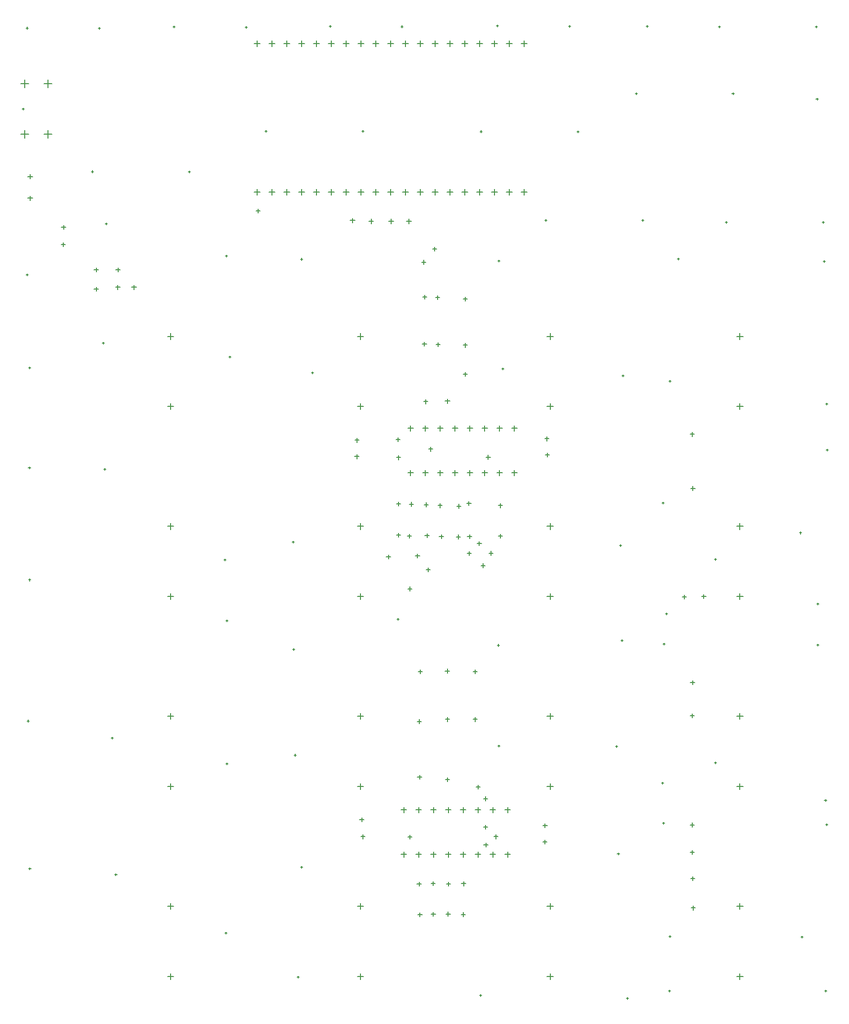
<source format=gbr>
%TF.GenerationSoftware,Altium Limited,Altium Designer,24.7.2 (38)*%
G04 Layer_Color=128*
%FSLAX45Y45*%
%MOMM*%
%TF.SameCoordinates,74662405-AD21-4814-813C-A76D1C426129*%
%TF.FilePolarity,Positive*%
%TF.FileFunction,Drillmap*%
%TF.Part,Single*%
G01*
G75*
%TA.AperFunction,NonConductor*%
%ADD39C,0.12700*%
D39*
X11867600Y10477500D02*
X11957600D01*
X11912600Y10432500D02*
Y10522500D01*
X11613600Y10477500D02*
X11703600D01*
X11658600Y10432500D02*
Y10522500D01*
X11359600Y10477500D02*
X11449600D01*
X11404600Y10432500D02*
Y10522500D01*
X11105600Y10477500D02*
X11195600D01*
X11150600Y10432500D02*
Y10522500D01*
X10851600Y10477500D02*
X10941600D01*
X10896600Y10432500D02*
Y10522500D01*
X10597600Y10477500D02*
X10687600D01*
X10642600Y10432500D02*
Y10522500D01*
X10343600Y10477500D02*
X10433600D01*
X10388600Y10432500D02*
Y10522500D01*
X10089600Y10477500D02*
X10179600D01*
X10134600Y10432500D02*
Y10522500D01*
X11867600Y9715500D02*
X11957600D01*
X11912600Y9670500D02*
Y9760500D01*
X11613600Y9715500D02*
X11703600D01*
X11658600Y9670500D02*
Y9760500D01*
X11359600Y9715500D02*
X11449600D01*
X11404600Y9670500D02*
Y9760500D01*
X11105600Y9715500D02*
X11195600D01*
X11150600Y9670500D02*
Y9760500D01*
X10851600Y9715500D02*
X10941600D01*
X10896600Y9670500D02*
Y9760500D01*
X10597600Y9715500D02*
X10687600D01*
X10642600Y9670500D02*
Y9760500D01*
X10343600Y9715500D02*
X10433600D01*
X10388600Y9670500D02*
Y9760500D01*
X10089600Y9715500D02*
X10179600D01*
X10134600Y9670500D02*
Y9760500D01*
X3458000Y16375580D02*
X3592600D01*
X3525300Y16308279D02*
Y16442880D01*
X3458000Y15511580D02*
X3592600D01*
X3525300Y15444279D02*
Y15578880D01*
X3857000Y16375380D02*
X3991600D01*
X3924300Y16308080D02*
Y16442680D01*
X3857000Y15511780D02*
X3991600D01*
X3924300Y15444479D02*
Y15579080D01*
X7453700Y14516100D02*
X7557700D01*
X7505700Y14464101D02*
Y14568100D01*
X7707700Y14516100D02*
X7811700D01*
X7759700Y14464101D02*
Y14568100D01*
X7961700Y14516100D02*
X8065700D01*
X8013700Y14464101D02*
Y14568100D01*
X8215700Y14516100D02*
X8319700D01*
X8267700Y14464101D02*
Y14568100D01*
X8469700Y14516100D02*
X8573700D01*
X8521700Y14464101D02*
Y14568100D01*
X8723700Y14516100D02*
X8827700D01*
X8775700Y14464101D02*
Y14568100D01*
X8977700Y14516100D02*
X9081700D01*
X9029700Y14464101D02*
Y14568100D01*
X9231700Y14516100D02*
X9335700D01*
X9283700Y14464101D02*
Y14568100D01*
X9485700Y14516100D02*
X9589700D01*
X9537700Y14464101D02*
Y14568100D01*
X9739700Y14516100D02*
X9843700D01*
X9791700Y14464101D02*
Y14568100D01*
X9993700Y14516100D02*
X10097700D01*
X10045700Y14464101D02*
Y14568100D01*
X10247700Y14516100D02*
X10351700D01*
X10299700Y14464101D02*
Y14568100D01*
X10501700Y14516100D02*
X10605700D01*
X10553700Y14464101D02*
Y14568100D01*
X10755700Y14516100D02*
X10859700D01*
X10807700Y14464101D02*
Y14568100D01*
X11009700Y14516100D02*
X11113700D01*
X11061700Y14464101D02*
Y14568100D01*
X11263700Y14516100D02*
X11367700D01*
X11315700Y14464101D02*
Y14568100D01*
X11517700Y14516100D02*
X11621700D01*
X11569700Y14464101D02*
Y14568100D01*
X11771700Y14516100D02*
X11875700D01*
X11823700Y14464101D02*
Y14568100D01*
X12025700Y14516100D02*
X12129700D01*
X12077700Y14464101D02*
Y14568100D01*
X7453700Y17056100D02*
X7557700D01*
X7505700Y17004100D02*
Y17108099D01*
X7707700Y17056100D02*
X7811700D01*
X7759700Y17004100D02*
Y17108099D01*
X7961700Y17056100D02*
X8065700D01*
X8013700Y17004100D02*
Y17108099D01*
X8215700Y17056100D02*
X8319700D01*
X8267700Y17004100D02*
Y17108099D01*
X8469700Y17056100D02*
X8573700D01*
X8521700Y17004100D02*
Y17108099D01*
X8723700Y17056100D02*
X8827700D01*
X8775700Y17004100D02*
Y17108099D01*
X8977700Y17056100D02*
X9081700D01*
X9029700Y17004100D02*
Y17108099D01*
X9231700Y17056100D02*
X9335700D01*
X9283700Y17004100D02*
Y17108099D01*
X9485700Y17056100D02*
X9589700D01*
X9537700Y17004100D02*
Y17108099D01*
X9739700Y17056100D02*
X9843700D01*
X9791700Y17004100D02*
Y17108099D01*
X9993700Y17056100D02*
X10097700D01*
X10045700Y17004100D02*
Y17108099D01*
X10247700Y17056100D02*
X10351700D01*
X10299700Y17004100D02*
Y17108099D01*
X10501700Y17056100D02*
X10605700D01*
X10553700Y17004100D02*
Y17108099D01*
X10755700Y17056100D02*
X10859700D01*
X10807700Y17004100D02*
Y17108099D01*
X11009700Y17056100D02*
X11113700D01*
X11061700Y17004100D02*
Y17108099D01*
X11263700Y17056100D02*
X11367700D01*
X11315700Y17004100D02*
Y17108099D01*
X11517700Y17056100D02*
X11621700D01*
X11569700Y17004100D02*
Y17108099D01*
X11771700Y17056100D02*
X11875700D01*
X11823700Y17004100D02*
Y17108099D01*
X12025700Y17056100D02*
X12129700D01*
X12077700Y17004100D02*
Y17108099D01*
X10727060Y10942320D02*
X10807060D01*
X10767060Y10902320D02*
Y10982320D01*
X9975300Y3187700D02*
X10065300D01*
X10020300Y3142700D02*
Y3232700D01*
X10229300Y3187700D02*
X10319300D01*
X10274300Y3142700D02*
Y3232700D01*
X10483300Y3187700D02*
X10573300D01*
X10528300Y3142700D02*
Y3232700D01*
X10737300Y3187700D02*
X10827300D01*
X10782300Y3142700D02*
Y3232700D01*
X10991300Y3187700D02*
X11081300D01*
X11036300Y3142700D02*
Y3232700D01*
X11245300Y3187700D02*
X11335300D01*
X11290300Y3142700D02*
Y3232700D01*
X11499300Y3187700D02*
X11589300D01*
X11544300Y3142700D02*
Y3232700D01*
X11753300Y3187700D02*
X11843300D01*
X11798300Y3142700D02*
Y3232700D01*
X9975300Y3949700D02*
X10065300D01*
X10020300Y3904700D02*
Y3994700D01*
X10229300Y3949700D02*
X10319300D01*
X10274300Y3904700D02*
Y3994700D01*
X10483300Y3949700D02*
X10573300D01*
X10528300Y3904700D02*
Y3994700D01*
X10737300Y3949700D02*
X10827300D01*
X10782300Y3904700D02*
Y3994700D01*
X10991300Y3949700D02*
X11081300D01*
X11036300Y3904700D02*
Y3994700D01*
X11245300Y3949700D02*
X11335300D01*
X11290300Y3904700D02*
Y3994700D01*
X11499300Y3949700D02*
X11589300D01*
X11544300Y3904700D02*
Y3994700D01*
X11753300Y3949700D02*
X11843300D01*
X11798300Y3904700D02*
Y3994700D01*
X5360730Y12889230D02*
X5440730D01*
X5400730Y12849229D02*
Y12929230D01*
X12473000Y12050000D02*
X12577000D01*
X12525000Y11998000D02*
Y12102000D01*
X12473000Y10850000D02*
X12577000D01*
X12525000Y10798000D02*
Y10902000D01*
X9223000Y4350000D02*
X9327000D01*
X9275000Y4298000D02*
Y4402000D01*
X9223000Y5550000D02*
X9327000D01*
X9275000Y5498000D02*
Y5602000D01*
X12473000Y1100000D02*
X12577000D01*
X12525000Y1048000D02*
Y1152000D01*
X12473000Y2300000D02*
X12577000D01*
X12525000Y2248000D02*
Y2352000D01*
X9223000Y1100000D02*
X9327000D01*
X9275000Y1048000D02*
Y1152000D01*
X9223000Y2300000D02*
X9327000D01*
X9275000Y2248000D02*
Y2352000D01*
X5973000Y1100000D02*
X6077000D01*
X6025000Y1048000D02*
Y1152000D01*
X5973000Y2300000D02*
X6077000D01*
X6025000Y2248000D02*
Y2352000D01*
X15723000Y1100000D02*
X15827000D01*
X15775000Y1048000D02*
Y1152000D01*
X15723000Y2300000D02*
X15827000D01*
X15775000Y2248000D02*
Y2352000D01*
X15723000Y4350000D02*
X15827000D01*
X15775000Y4298000D02*
Y4402000D01*
X15723000Y5550000D02*
X15827000D01*
X15775000Y5498000D02*
Y5602000D01*
X12473000Y4350000D02*
X12577000D01*
X12525000Y4298000D02*
Y4402000D01*
X12473000Y5550000D02*
X12577000D01*
X12525000Y5498000D02*
Y5602000D01*
X5973000Y4350000D02*
X6077000D01*
X6025000Y4298000D02*
Y4402000D01*
X5973000Y5550000D02*
X6077000D01*
X6025000Y5498000D02*
Y5602000D01*
X5973000Y7600000D02*
X6077000D01*
X6025000Y7548000D02*
Y7652000D01*
X5973000Y8800000D02*
X6077000D01*
X6025000Y8748000D02*
Y8852000D01*
X9223000Y7600000D02*
X9327000D01*
X9275000Y7548000D02*
Y7652000D01*
X9223000Y8800000D02*
X9327000D01*
X9275000Y8748000D02*
Y8852000D01*
X12473000Y7600000D02*
X12577000D01*
X12525000Y7548000D02*
Y7652000D01*
X12473000Y8800000D02*
X12577000D01*
X12525000Y8748000D02*
Y8852000D01*
X15723000Y7600000D02*
X15827000D01*
X15775000Y7548000D02*
Y7652000D01*
X15723000Y8800000D02*
X15827000D01*
X15775000Y8748000D02*
Y8852000D01*
X15723000Y10850000D02*
X15827000D01*
X15775000Y10798000D02*
Y10902000D01*
X15723000Y12050000D02*
X15827000D01*
X15775000Y11998000D02*
Y12102000D01*
X9223000Y10850000D02*
X9327000D01*
X9275000Y10798000D02*
Y10902000D01*
X9223000Y12050000D02*
X9327000D01*
X9275000Y11998000D02*
Y12102000D01*
X5973000Y10850000D02*
X6077000D01*
X6025000Y10798000D02*
Y10902000D01*
X5973000Y12050000D02*
X6077000D01*
X6025000Y11998000D02*
Y12102000D01*
X3582200Y14414500D02*
X3662200D01*
X3622200Y14374500D02*
Y14454500D01*
X9104000Y14033501D02*
X9184000D01*
X9144000Y13993500D02*
Y14073500D01*
X9421500Y14020799D02*
X9501500D01*
X9461500Y13980800D02*
Y14060800D01*
X3582200Y14784100D02*
X3662200D01*
X3622200Y14744099D02*
Y14824100D01*
X9764400Y14020799D02*
X9844400D01*
X9804400Y13980800D02*
Y14060800D01*
X10069200Y14020799D02*
X10149200D01*
X10109200Y13980800D02*
Y14060800D01*
X16794327Y8689549D02*
X16829327D01*
X16811827Y8672049D02*
Y8707049D01*
X15338907Y8234889D02*
X15373907D01*
X15356407Y8217389D02*
Y8252389D01*
X15338907Y4760169D02*
X15373907D01*
X15356407Y4742669D02*
Y4777669D01*
X16819727Y1773129D02*
X16854727D01*
X16837227Y1755629D02*
Y1790629D01*
X14561667Y1785829D02*
X14596667D01*
X14579167Y1768329D02*
Y1803329D01*
X6937357Y8227847D02*
X6972357D01*
X6954857Y8210348D02*
Y8245347D01*
X6975954Y7186079D02*
X7010954D01*
X6993454Y7168579D02*
Y7203578D01*
X6975457Y4740427D02*
X7010457D01*
X6992957Y4722928D02*
Y4757927D01*
X6957677Y1847367D02*
X6992677D01*
X6975177Y1829868D02*
Y1864867D01*
X8193479Y1088717D02*
X8228479D01*
X8210979Y1071217D02*
Y1106217D01*
X8251920Y2968574D02*
X8286920D01*
X8269420Y2951074D02*
Y2986074D01*
X8143857Y4887747D02*
X8178857D01*
X8161357Y4870248D02*
Y4905247D01*
X8115917Y6698767D02*
X8150917D01*
X8133417Y6681268D02*
Y6716267D01*
X8105757Y8530107D02*
X8140757D01*
X8123257Y8512608D02*
Y8547607D01*
X9906617Y7214387D02*
X9941617D01*
X9924117Y7196888D02*
Y7231887D01*
X13754716Y11374907D02*
X13789717D01*
X13772217Y11357408D02*
Y11392407D01*
X13716170Y8471782D02*
X13751170D01*
X13733670Y8454282D02*
Y8489282D01*
X13735652Y6845169D02*
X13770651D01*
X13753152Y6827669D02*
Y6862669D01*
X11621117Y6767347D02*
X11656117D01*
X11638617Y6749848D02*
Y6784847D01*
X11631277Y5042687D02*
X11666277D01*
X11648777Y5025188D02*
Y5060187D01*
X13648038Y5032527D02*
X13683037D01*
X13665536Y5015028D02*
Y5050027D01*
X13675977Y3201187D02*
X13710977D01*
X13693477Y3183688D02*
Y3218687D01*
X11318857Y778027D02*
X11353857D01*
X11336357Y760528D02*
Y795527D01*
X13833456Y727227D02*
X13868457D01*
X13850957Y709728D02*
Y744727D01*
X14450677Y3724427D02*
X14485677D01*
X14468176Y3706928D02*
Y3741927D01*
X14549738Y854227D02*
X14584737D01*
X14567236Y836728D02*
Y871727D01*
X17224358Y854227D02*
X17259357D01*
X17241856Y836728D02*
Y871727D01*
X17247809Y3699488D02*
X17282808D01*
X17265309Y3681988D02*
Y3716987D01*
X17223427Y4114019D02*
X17258426D01*
X17240927Y4096519D02*
Y4131519D01*
X14435503Y4406629D02*
X14470502D01*
X14453001Y4389129D02*
Y4424129D01*
X14459886Y6788150D02*
X14494885D01*
X14477386Y6770650D02*
Y6805650D01*
X17092278Y6772427D02*
X17127277D01*
X17109776Y6754928D02*
Y6789927D01*
X14443629Y9202183D02*
X14478629D01*
X14461130Y9184683D02*
Y9219683D01*
X14500526Y7308345D02*
X14535526D01*
X14518027Y7290845D02*
Y7325845D01*
X17092278Y7470927D02*
X17127277D01*
X17109776Y7453428D02*
Y7488427D01*
X17254837Y10104907D02*
X17289838D01*
X17272337Y10087408D02*
Y10122407D01*
X17247217Y10892307D02*
X17282217D01*
X17264717Y10874808D02*
Y10909807D01*
X17198956Y13330707D02*
X17233957D01*
X17216457Y13313208D02*
Y13348207D01*
X14704677Y13378967D02*
X14739677D01*
X14722177Y13361469D02*
Y13396468D01*
X14557356Y11283467D02*
X14592357D01*
X14574857Y11265968D02*
Y11300967D01*
X11631277Y13338327D02*
X11666277D01*
X11648777Y13320828D02*
Y13355827D01*
X11697317Y11494287D02*
X11732317D01*
X11714817Y11476788D02*
Y11511787D01*
X8435957Y11428247D02*
X8470957D01*
X8453457Y11410748D02*
Y11445747D01*
X8250537Y13371347D02*
X8285537D01*
X8268037Y13353848D02*
Y13388847D01*
X6965297Y13429767D02*
X7000297D01*
X6982797Y13412268D02*
Y13447267D01*
X7023717Y11697487D02*
X7058717D01*
X7041217Y11679988D02*
Y11714987D01*
X4860658Y11933209D02*
X4895657D01*
X4878157Y11915709D02*
Y11950708D01*
X4885037Y9779787D02*
X4920037D01*
X4902537Y9762288D02*
Y9797287D01*
X5006969Y5178786D02*
X5041968D01*
X5024468Y5161286D02*
Y5196286D01*
X5072997Y2845587D02*
X5107997D01*
X5090497Y2828088D02*
Y2863087D01*
X3599797Y2944647D02*
X3634797D01*
X3617297Y2927148D02*
Y2962147D01*
X3569317Y5471947D02*
X3604317D01*
X3586817Y5454448D02*
Y5489447D01*
X3592689Y7885430D02*
X3627689D01*
X3610189Y7867930D02*
Y7902930D01*
X3592177Y9802647D02*
X3627177D01*
X3609677Y9785148D02*
Y9820147D01*
X3592688Y11510547D02*
X3627688D01*
X3610188Y11493048D02*
Y11528047D01*
X4669717Y14870033D02*
X4704716D01*
X4687216Y14852534D02*
Y14887534D01*
X6328337Y14867494D02*
X6363336D01*
X6345836Y14849994D02*
Y14884995D01*
X7646597Y15563454D02*
X7681596D01*
X7664096Y15545953D02*
Y15580954D01*
X9305217Y15560915D02*
X9340216D01*
X9322716Y15543414D02*
Y15578413D01*
X11329597Y15555833D02*
X11364596D01*
X11347096Y15538335D02*
Y15573334D01*
X12988217Y15553294D02*
X13023216D01*
X13005716Y15535794D02*
Y15570795D01*
X12437037Y14036914D02*
X12472036D01*
X12454536Y14019414D02*
Y14054414D01*
X14095657Y14034373D02*
X14130656D01*
X14113156Y14016875D02*
Y14051874D01*
X3553740Y13106400D02*
X3588740D01*
X3571240Y13088901D02*
Y13123900D01*
X4911017Y13973415D02*
X4946016D01*
X4928516Y13955914D02*
Y13990913D01*
X15528217Y14001353D02*
X15563216D01*
X15545715Y13983855D02*
Y14018854D01*
X17186836Y13998814D02*
X17221835D01*
X17204337Y13981314D02*
Y14016315D01*
X3482620Y15943581D02*
X3517620D01*
X3500120Y15926080D02*
Y15961079D01*
X13981357Y16206075D02*
X14016356D01*
X13998856Y16188574D02*
Y16223573D01*
X15639977Y16203534D02*
X15674976D01*
X15657475Y16186034D02*
Y16221034D01*
X17064000Y17345660D02*
X17099001D01*
X17081500Y17328160D02*
Y17363161D01*
X17079240Y16113760D02*
X17114240D01*
X17096741Y16096260D02*
Y16131261D01*
X14173480Y17353281D02*
X14208479D01*
X14190981Y17335780D02*
Y17370779D01*
X15405380Y17348199D02*
X15440379D01*
X15422881Y17330701D02*
Y17365700D01*
X11608080Y17363440D02*
X11643080D01*
X11625580Y17345940D02*
Y17380940D01*
X12839980Y17358360D02*
X12874980D01*
X12857480Y17340860D02*
Y17375861D01*
X8742960Y17355820D02*
X8777960D01*
X8760460Y17338319D02*
Y17373320D01*
X9974860Y17350740D02*
X10009860D01*
X9992360Y17333240D02*
Y17368240D01*
X6070880Y17343120D02*
X6105880D01*
X6088380Y17325620D02*
Y17360620D01*
X7302780Y17338040D02*
X7337780D01*
X7320280Y17320540D02*
Y17355540D01*
X4788180Y17320261D02*
X4823180D01*
X4805680Y17302760D02*
Y17337759D01*
X3556280Y17325340D02*
X3591280D01*
X3573780Y17307840D02*
Y17342841D01*
X10924540Y9146540D02*
X10995660D01*
X10960100Y9110980D02*
Y9182100D01*
X10365740Y9171940D02*
X10436860D01*
X10401300Y9136380D02*
Y9207500D01*
X14930119Y2776220D02*
X15001241D01*
X14965680Y2740660D02*
Y2811780D01*
X14922501Y3223260D02*
X14993620D01*
X14958060Y3187700D02*
Y3258820D01*
X10563860Y12717780D02*
X10634980D01*
X10599420Y12682220D02*
Y12753340D01*
X10327640Y13319760D02*
X10398760D01*
X10363200Y13284200D02*
Y13355321D01*
X10342880Y12725400D02*
X10414000D01*
X10378440Y12689840D02*
Y12760960D01*
X10337800Y11917680D02*
X10408920D01*
X10373360Y11882120D02*
Y11953240D01*
X4716780Y12857480D02*
X4787900D01*
X4752340Y12821919D02*
Y12893040D01*
X5087620Y12890500D02*
X5158740D01*
X5123180Y12854939D02*
Y12926060D01*
X12402820Y3680460D02*
X12473940D01*
X12438380Y3644900D02*
Y3716020D01*
X11478260Y8341360D02*
X11549380D01*
X11513820Y8305800D02*
Y8376920D01*
X10627360Y8625840D02*
X10698480D01*
X10662920Y8590280D02*
Y8661400D01*
X10380980Y8643620D02*
X10452100D01*
X10416540Y8608060D02*
Y8679180D01*
X10078720Y8633460D02*
X10149840D01*
X10114280Y8597900D02*
Y8669020D01*
X9895840Y8651240D02*
X9966960D01*
X9931400Y8615680D02*
Y8686800D01*
X11389360Y3350260D02*
X11460480D01*
X11424920Y3314700D02*
Y3385820D01*
X9178740Y9993781D02*
X9249860D01*
X9214300Y9958221D02*
Y10029341D01*
X9893300Y9977120D02*
X9964420D01*
X9928860Y9941560D02*
Y10012680D01*
X9895840Y9184640D02*
X9966960D01*
X9931400Y9149080D02*
Y9220200D01*
X10114280Y9179560D02*
X10185400D01*
X10149840Y9144000D02*
Y9215120D01*
X10218420Y8298180D02*
X10289540D01*
X10253980Y8262620D02*
Y8333740D01*
X9720580Y8277860D02*
X9791700D01*
X9756140Y8242300D02*
Y8313420D01*
X10086340Y7731760D02*
X10157460D01*
X10121900Y7696200D02*
Y7767320D01*
X10728960Y6327140D02*
X10800080D01*
X10764520Y6291580D02*
Y6362700D01*
X10264140Y6316980D02*
X10335260D01*
X10299700Y6281420D02*
Y6352540D01*
X10251440Y5463540D02*
X10322560D01*
X10287000Y5427980D02*
Y5499100D01*
X10253980Y4511040D02*
X10325100D01*
X10289540Y4475480D02*
Y4546600D01*
X10086340Y3487420D02*
X10157460D01*
X10121900Y3451860D02*
Y3522980D01*
X9263380Y3782060D02*
X9334500D01*
X9298940Y3746500D02*
Y3817620D01*
X10261600Y2159000D02*
X10332720D01*
X10297160Y2123440D02*
Y2194560D01*
X11381740Y3655060D02*
X11452860D01*
X11417300Y3619500D02*
Y3690620D01*
X11638280Y8633460D02*
X11709400D01*
X11673840Y8597900D02*
Y8669020D01*
X11104880Y8338820D02*
X11176000D01*
X11140440Y8303260D02*
Y8374380D01*
X11343640Y8130540D02*
X11414760D01*
X11379200Y8094980D02*
Y8166100D01*
X11277600Y8509000D02*
X11348720D01*
X11313160Y8473440D02*
Y8544560D01*
X10919460Y8620760D02*
X10990580D01*
X10955020Y8585200D02*
Y8656320D01*
X11109960Y8625840D02*
X11181080D01*
X11145520Y8590280D02*
Y8661400D01*
X11099800Y9192260D02*
X11170920D01*
X11135360Y9156700D02*
Y9227820D01*
X11430000Y9984740D02*
X11501120D01*
X11465560Y9949180D02*
Y10020300D01*
X12440920Y10022840D02*
X12512040D01*
X12476480Y9987280D02*
Y10058400D01*
X14935201Y9451340D02*
X15006320D01*
X14970760Y9415780D02*
Y9486900D01*
X14927580Y6126480D02*
X14998700D01*
X14963139Y6090920D02*
Y6162040D01*
X14922501Y3693160D02*
X14993620D01*
X14958060Y3657600D02*
Y3728720D01*
X10360660Y10934700D02*
X10431780D01*
X10396220Y10899140D02*
Y10970260D01*
X11038840Y12692380D02*
X11109960D01*
X11074400Y12656820D02*
Y12727940D01*
X10513060Y13543280D02*
X10584180D01*
X10548620Y13507719D02*
Y13578841D01*
X5090160Y13187680D02*
X5161280D01*
X5125720Y13152119D02*
Y13223241D01*
X4716780Y13190221D02*
X4787900D01*
X4752340Y13154660D02*
Y13225780D01*
X7490460Y14198599D02*
X7561580D01*
X7526020Y14163040D02*
Y14234160D01*
X4155440Y13622020D02*
X4226560D01*
X4191000Y13586459D02*
Y13657581D01*
X4157980Y13916660D02*
X4229100D01*
X4193540Y13881100D02*
Y13952220D01*
X11203940Y6314440D02*
X11275060D01*
X11239500Y6278880D02*
Y6350000D01*
X10403840Y8056880D02*
X10474960D01*
X10439400Y8021320D02*
Y8092440D01*
X11003280Y2161540D02*
X11074400D01*
X11038840Y2125980D02*
Y2197100D01*
X10744200Y2169160D02*
X10815320D01*
X10779760Y2133600D02*
Y2204720D01*
X10490200Y2166620D02*
X10561320D01*
X10525760Y2131060D02*
Y2202180D01*
X10246360Y2682240D02*
X10317480D01*
X10281920Y2646680D02*
Y2717800D01*
X10485120Y2692400D02*
X10556240D01*
X10520680Y2656840D02*
Y2727960D01*
X10746740Y2684780D02*
X10817860D01*
X10782300Y2649220D02*
Y2720340D01*
X11008360Y2687320D02*
X11079480D01*
X11043920Y2651760D02*
Y2722880D01*
X11384280Y4142740D02*
X11455400D01*
X11419840Y4107180D02*
Y4178300D01*
X10734040Y4470400D02*
X10805160D01*
X10769600Y4434840D02*
Y4505960D01*
X11203940Y5499100D02*
X11275060D01*
X11239500Y5463540D02*
Y5534660D01*
X14925040Y5562600D02*
X14996159D01*
X14960600Y5527040D02*
Y5598160D01*
X9286240Y3492500D02*
X9357360D01*
X9321800Y3456940D02*
Y3528060D01*
X11635740Y9156700D02*
X11706860D01*
X11671300Y9121140D02*
Y9192260D01*
X10607040Y9156700D02*
X10678160D01*
X10642600Y9121140D02*
Y9192260D01*
X9184640Y10274300D02*
X9255760D01*
X9220200Y10238740D02*
Y10309860D01*
X12435840Y10299700D02*
X12506960D01*
X12471400Y10264140D02*
Y10335260D01*
X10568940Y11912600D02*
X10640060D01*
X10604500Y11877040D02*
Y11948160D01*
X11038840Y11404600D02*
X11109960D01*
X11074400Y11369040D02*
Y11440160D01*
X11038840Y11899900D02*
X11109960D01*
X11074400Y11864340D02*
Y11935460D01*
X10734040Y5499100D02*
X10805160D01*
X10769600Y5463540D02*
Y5534660D01*
X14785339Y7594600D02*
X14856461D01*
X14820900Y7559040D02*
Y7630160D01*
X15120940Y7600000D02*
X15192059D01*
X15156500Y7564440D02*
Y7635560D01*
X9883140Y10287000D02*
X9954260D01*
X9918700Y10251440D02*
Y10322560D01*
X10441940Y10121900D02*
X10513060D01*
X10477500Y10086340D02*
Y10157460D01*
X14937740Y2273300D02*
X15008859D01*
X14973300Y2237740D02*
Y2308860D01*
X14925040Y10375900D02*
X14996159D01*
X14960600Y10340340D02*
Y10411460D01*
X11254740Y4343400D02*
X11325860D01*
X11290300Y4307840D02*
Y4378960D01*
X11559540Y3492500D02*
X11630660D01*
X11595100Y3456940D02*
Y3528060D01*
X12397740Y3403600D02*
X12468860D01*
X12433300Y3368040D02*
Y3439160D01*
%TF.MD5,2409cb739fe33aeaf5a8dcd98a81e476*%
M02*

</source>
